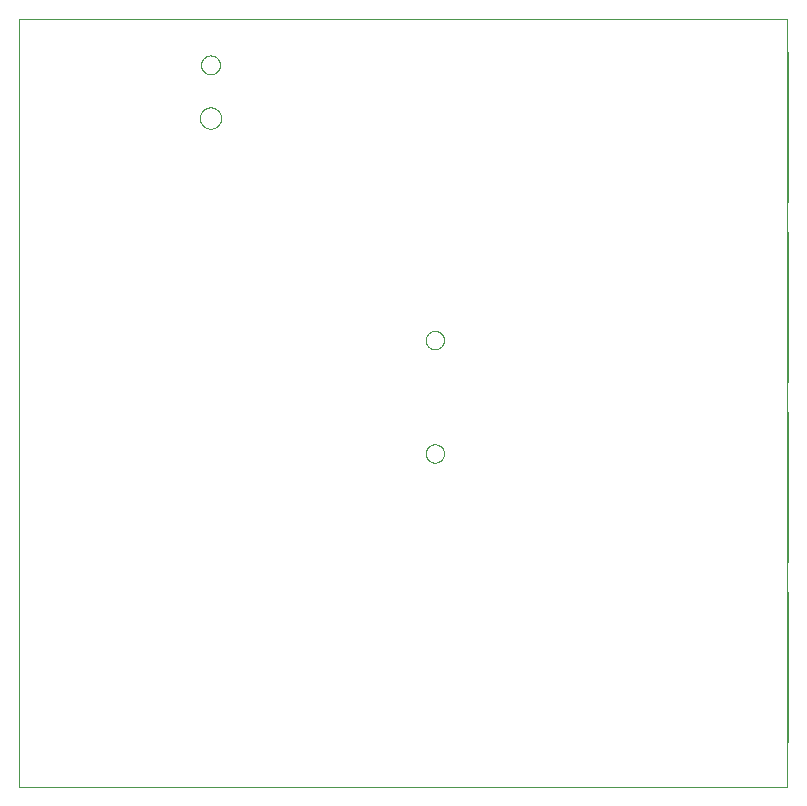
<source format=gbp>
G75*
%MOIN*%
%OFA0B0*%
%FSLAX25Y25*%
%IPPOS*%
%LPD*%
%AMOC8*
5,1,8,0,0,1.08239X$1,22.5*
%
%ADD10C,0.00000*%
D10*
X0027667Y0001650D02*
X0027667Y0257555D01*
X0283573Y0257555D01*
X0283573Y0001650D01*
X0027667Y0001650D01*
X0163160Y0112752D02*
X0163162Y0112862D01*
X0163168Y0112972D01*
X0163178Y0113082D01*
X0163192Y0113191D01*
X0163210Y0113300D01*
X0163231Y0113408D01*
X0163257Y0113515D01*
X0163286Y0113621D01*
X0163320Y0113726D01*
X0163357Y0113830D01*
X0163398Y0113932D01*
X0163442Y0114033D01*
X0163490Y0114132D01*
X0163542Y0114230D01*
X0163597Y0114325D01*
X0163655Y0114418D01*
X0163717Y0114509D01*
X0163782Y0114598D01*
X0163850Y0114685D01*
X0163922Y0114769D01*
X0163996Y0114850D01*
X0164073Y0114929D01*
X0164153Y0115005D01*
X0164236Y0115077D01*
X0164321Y0115147D01*
X0164409Y0115214D01*
X0164499Y0115277D01*
X0164591Y0115337D01*
X0164685Y0115394D01*
X0164782Y0115448D01*
X0164880Y0115497D01*
X0164980Y0115544D01*
X0165082Y0115586D01*
X0165185Y0115625D01*
X0165289Y0115660D01*
X0165395Y0115692D01*
X0165501Y0115719D01*
X0165609Y0115743D01*
X0165717Y0115763D01*
X0165826Y0115779D01*
X0165936Y0115791D01*
X0166046Y0115799D01*
X0166156Y0115803D01*
X0166266Y0115803D01*
X0166376Y0115799D01*
X0166486Y0115791D01*
X0166596Y0115779D01*
X0166705Y0115763D01*
X0166813Y0115743D01*
X0166921Y0115719D01*
X0167027Y0115692D01*
X0167133Y0115660D01*
X0167237Y0115625D01*
X0167340Y0115586D01*
X0167442Y0115544D01*
X0167542Y0115497D01*
X0167640Y0115448D01*
X0167736Y0115394D01*
X0167831Y0115337D01*
X0167923Y0115277D01*
X0168013Y0115214D01*
X0168101Y0115147D01*
X0168186Y0115077D01*
X0168269Y0115005D01*
X0168349Y0114929D01*
X0168426Y0114850D01*
X0168500Y0114769D01*
X0168572Y0114685D01*
X0168640Y0114598D01*
X0168705Y0114509D01*
X0168767Y0114418D01*
X0168825Y0114325D01*
X0168880Y0114230D01*
X0168932Y0114132D01*
X0168980Y0114033D01*
X0169024Y0113932D01*
X0169065Y0113830D01*
X0169102Y0113726D01*
X0169136Y0113621D01*
X0169165Y0113515D01*
X0169191Y0113408D01*
X0169212Y0113300D01*
X0169230Y0113191D01*
X0169244Y0113082D01*
X0169254Y0112972D01*
X0169260Y0112862D01*
X0169262Y0112752D01*
X0169260Y0112642D01*
X0169254Y0112532D01*
X0169244Y0112422D01*
X0169230Y0112313D01*
X0169212Y0112204D01*
X0169191Y0112096D01*
X0169165Y0111989D01*
X0169136Y0111883D01*
X0169102Y0111778D01*
X0169065Y0111674D01*
X0169024Y0111572D01*
X0168980Y0111471D01*
X0168932Y0111372D01*
X0168880Y0111274D01*
X0168825Y0111179D01*
X0168767Y0111086D01*
X0168705Y0110995D01*
X0168640Y0110906D01*
X0168572Y0110819D01*
X0168500Y0110735D01*
X0168426Y0110654D01*
X0168349Y0110575D01*
X0168269Y0110499D01*
X0168186Y0110427D01*
X0168101Y0110357D01*
X0168013Y0110290D01*
X0167923Y0110227D01*
X0167831Y0110167D01*
X0167737Y0110110D01*
X0167640Y0110056D01*
X0167542Y0110007D01*
X0167442Y0109960D01*
X0167340Y0109918D01*
X0167237Y0109879D01*
X0167133Y0109844D01*
X0167027Y0109812D01*
X0166921Y0109785D01*
X0166813Y0109761D01*
X0166705Y0109741D01*
X0166596Y0109725D01*
X0166486Y0109713D01*
X0166376Y0109705D01*
X0166266Y0109701D01*
X0166156Y0109701D01*
X0166046Y0109705D01*
X0165936Y0109713D01*
X0165826Y0109725D01*
X0165717Y0109741D01*
X0165609Y0109761D01*
X0165501Y0109785D01*
X0165395Y0109812D01*
X0165289Y0109844D01*
X0165185Y0109879D01*
X0165082Y0109918D01*
X0164980Y0109960D01*
X0164880Y0110007D01*
X0164782Y0110056D01*
X0164685Y0110110D01*
X0164591Y0110167D01*
X0164499Y0110227D01*
X0164409Y0110290D01*
X0164321Y0110357D01*
X0164236Y0110427D01*
X0164153Y0110499D01*
X0164073Y0110575D01*
X0163996Y0110654D01*
X0163922Y0110735D01*
X0163850Y0110819D01*
X0163782Y0110906D01*
X0163717Y0110995D01*
X0163655Y0111086D01*
X0163597Y0111179D01*
X0163542Y0111274D01*
X0163490Y0111372D01*
X0163442Y0111471D01*
X0163398Y0111572D01*
X0163357Y0111674D01*
X0163320Y0111778D01*
X0163286Y0111883D01*
X0163257Y0111989D01*
X0163231Y0112096D01*
X0163210Y0112204D01*
X0163192Y0112313D01*
X0163178Y0112422D01*
X0163168Y0112532D01*
X0163162Y0112642D01*
X0163160Y0112752D01*
X0163160Y0150547D02*
X0163162Y0150657D01*
X0163168Y0150767D01*
X0163178Y0150877D01*
X0163192Y0150986D01*
X0163210Y0151095D01*
X0163231Y0151203D01*
X0163257Y0151310D01*
X0163286Y0151416D01*
X0163320Y0151521D01*
X0163357Y0151625D01*
X0163398Y0151727D01*
X0163442Y0151828D01*
X0163490Y0151927D01*
X0163542Y0152025D01*
X0163597Y0152120D01*
X0163655Y0152213D01*
X0163717Y0152304D01*
X0163782Y0152393D01*
X0163850Y0152480D01*
X0163922Y0152564D01*
X0163996Y0152645D01*
X0164073Y0152724D01*
X0164153Y0152800D01*
X0164236Y0152872D01*
X0164321Y0152942D01*
X0164409Y0153009D01*
X0164499Y0153072D01*
X0164591Y0153132D01*
X0164685Y0153189D01*
X0164782Y0153243D01*
X0164880Y0153292D01*
X0164980Y0153339D01*
X0165082Y0153381D01*
X0165185Y0153420D01*
X0165289Y0153455D01*
X0165395Y0153487D01*
X0165501Y0153514D01*
X0165609Y0153538D01*
X0165717Y0153558D01*
X0165826Y0153574D01*
X0165936Y0153586D01*
X0166046Y0153594D01*
X0166156Y0153598D01*
X0166266Y0153598D01*
X0166376Y0153594D01*
X0166486Y0153586D01*
X0166596Y0153574D01*
X0166705Y0153558D01*
X0166813Y0153538D01*
X0166921Y0153514D01*
X0167027Y0153487D01*
X0167133Y0153455D01*
X0167237Y0153420D01*
X0167340Y0153381D01*
X0167442Y0153339D01*
X0167542Y0153292D01*
X0167640Y0153243D01*
X0167736Y0153189D01*
X0167831Y0153132D01*
X0167923Y0153072D01*
X0168013Y0153009D01*
X0168101Y0152942D01*
X0168186Y0152872D01*
X0168269Y0152800D01*
X0168349Y0152724D01*
X0168426Y0152645D01*
X0168500Y0152564D01*
X0168572Y0152480D01*
X0168640Y0152393D01*
X0168705Y0152304D01*
X0168767Y0152213D01*
X0168825Y0152120D01*
X0168880Y0152025D01*
X0168932Y0151927D01*
X0168980Y0151828D01*
X0169024Y0151727D01*
X0169065Y0151625D01*
X0169102Y0151521D01*
X0169136Y0151416D01*
X0169165Y0151310D01*
X0169191Y0151203D01*
X0169212Y0151095D01*
X0169230Y0150986D01*
X0169244Y0150877D01*
X0169254Y0150767D01*
X0169260Y0150657D01*
X0169262Y0150547D01*
X0169260Y0150437D01*
X0169254Y0150327D01*
X0169244Y0150217D01*
X0169230Y0150108D01*
X0169212Y0149999D01*
X0169191Y0149891D01*
X0169165Y0149784D01*
X0169136Y0149678D01*
X0169102Y0149573D01*
X0169065Y0149469D01*
X0169024Y0149367D01*
X0168980Y0149266D01*
X0168932Y0149167D01*
X0168880Y0149069D01*
X0168825Y0148974D01*
X0168767Y0148881D01*
X0168705Y0148790D01*
X0168640Y0148701D01*
X0168572Y0148614D01*
X0168500Y0148530D01*
X0168426Y0148449D01*
X0168349Y0148370D01*
X0168269Y0148294D01*
X0168186Y0148222D01*
X0168101Y0148152D01*
X0168013Y0148085D01*
X0167923Y0148022D01*
X0167831Y0147962D01*
X0167737Y0147905D01*
X0167640Y0147851D01*
X0167542Y0147802D01*
X0167442Y0147755D01*
X0167340Y0147713D01*
X0167237Y0147674D01*
X0167133Y0147639D01*
X0167027Y0147607D01*
X0166921Y0147580D01*
X0166813Y0147556D01*
X0166705Y0147536D01*
X0166596Y0147520D01*
X0166486Y0147508D01*
X0166376Y0147500D01*
X0166266Y0147496D01*
X0166156Y0147496D01*
X0166046Y0147500D01*
X0165936Y0147508D01*
X0165826Y0147520D01*
X0165717Y0147536D01*
X0165609Y0147556D01*
X0165501Y0147580D01*
X0165395Y0147607D01*
X0165289Y0147639D01*
X0165185Y0147674D01*
X0165082Y0147713D01*
X0164980Y0147755D01*
X0164880Y0147802D01*
X0164782Y0147851D01*
X0164685Y0147905D01*
X0164591Y0147962D01*
X0164499Y0148022D01*
X0164409Y0148085D01*
X0164321Y0148152D01*
X0164236Y0148222D01*
X0164153Y0148294D01*
X0164073Y0148370D01*
X0163996Y0148449D01*
X0163922Y0148530D01*
X0163850Y0148614D01*
X0163782Y0148701D01*
X0163717Y0148790D01*
X0163655Y0148881D01*
X0163597Y0148974D01*
X0163542Y0149069D01*
X0163490Y0149167D01*
X0163442Y0149266D01*
X0163398Y0149367D01*
X0163357Y0149469D01*
X0163320Y0149573D01*
X0163286Y0149678D01*
X0163257Y0149784D01*
X0163231Y0149891D01*
X0163210Y0149999D01*
X0163192Y0150108D01*
X0163178Y0150217D01*
X0163168Y0150327D01*
X0163162Y0150437D01*
X0163160Y0150547D01*
X0087874Y0224563D02*
X0087876Y0224681D01*
X0087882Y0224800D01*
X0087892Y0224918D01*
X0087906Y0225035D01*
X0087923Y0225152D01*
X0087945Y0225269D01*
X0087971Y0225384D01*
X0088000Y0225499D01*
X0088033Y0225613D01*
X0088070Y0225725D01*
X0088111Y0225836D01*
X0088155Y0225946D01*
X0088203Y0226054D01*
X0088255Y0226161D01*
X0088310Y0226266D01*
X0088369Y0226369D01*
X0088431Y0226469D01*
X0088496Y0226568D01*
X0088565Y0226665D01*
X0088636Y0226759D01*
X0088711Y0226850D01*
X0088789Y0226940D01*
X0088870Y0227026D01*
X0088954Y0227110D01*
X0089040Y0227191D01*
X0089130Y0227269D01*
X0089221Y0227344D01*
X0089315Y0227415D01*
X0089412Y0227484D01*
X0089511Y0227549D01*
X0089611Y0227611D01*
X0089714Y0227670D01*
X0089819Y0227725D01*
X0089926Y0227777D01*
X0090034Y0227825D01*
X0090144Y0227869D01*
X0090255Y0227910D01*
X0090367Y0227947D01*
X0090481Y0227980D01*
X0090596Y0228009D01*
X0090711Y0228035D01*
X0090828Y0228057D01*
X0090945Y0228074D01*
X0091062Y0228088D01*
X0091180Y0228098D01*
X0091299Y0228104D01*
X0091417Y0228106D01*
X0091535Y0228104D01*
X0091654Y0228098D01*
X0091772Y0228088D01*
X0091889Y0228074D01*
X0092006Y0228057D01*
X0092123Y0228035D01*
X0092238Y0228009D01*
X0092353Y0227980D01*
X0092467Y0227947D01*
X0092579Y0227910D01*
X0092690Y0227869D01*
X0092800Y0227825D01*
X0092908Y0227777D01*
X0093015Y0227725D01*
X0093120Y0227670D01*
X0093223Y0227611D01*
X0093323Y0227549D01*
X0093422Y0227484D01*
X0093519Y0227415D01*
X0093613Y0227344D01*
X0093704Y0227269D01*
X0093794Y0227191D01*
X0093880Y0227110D01*
X0093964Y0227026D01*
X0094045Y0226940D01*
X0094123Y0226850D01*
X0094198Y0226759D01*
X0094269Y0226665D01*
X0094338Y0226568D01*
X0094403Y0226469D01*
X0094465Y0226369D01*
X0094524Y0226266D01*
X0094579Y0226161D01*
X0094631Y0226054D01*
X0094679Y0225946D01*
X0094723Y0225836D01*
X0094764Y0225725D01*
X0094801Y0225613D01*
X0094834Y0225499D01*
X0094863Y0225384D01*
X0094889Y0225269D01*
X0094911Y0225152D01*
X0094928Y0225035D01*
X0094942Y0224918D01*
X0094952Y0224800D01*
X0094958Y0224681D01*
X0094960Y0224563D01*
X0094958Y0224445D01*
X0094952Y0224326D01*
X0094942Y0224208D01*
X0094928Y0224091D01*
X0094911Y0223974D01*
X0094889Y0223857D01*
X0094863Y0223742D01*
X0094834Y0223627D01*
X0094801Y0223513D01*
X0094764Y0223401D01*
X0094723Y0223290D01*
X0094679Y0223180D01*
X0094631Y0223072D01*
X0094579Y0222965D01*
X0094524Y0222860D01*
X0094465Y0222757D01*
X0094403Y0222657D01*
X0094338Y0222558D01*
X0094269Y0222461D01*
X0094198Y0222367D01*
X0094123Y0222276D01*
X0094045Y0222186D01*
X0093964Y0222100D01*
X0093880Y0222016D01*
X0093794Y0221935D01*
X0093704Y0221857D01*
X0093613Y0221782D01*
X0093519Y0221711D01*
X0093422Y0221642D01*
X0093323Y0221577D01*
X0093223Y0221515D01*
X0093120Y0221456D01*
X0093015Y0221401D01*
X0092908Y0221349D01*
X0092800Y0221301D01*
X0092690Y0221257D01*
X0092579Y0221216D01*
X0092467Y0221179D01*
X0092353Y0221146D01*
X0092238Y0221117D01*
X0092123Y0221091D01*
X0092006Y0221069D01*
X0091889Y0221052D01*
X0091772Y0221038D01*
X0091654Y0221028D01*
X0091535Y0221022D01*
X0091417Y0221020D01*
X0091299Y0221022D01*
X0091180Y0221028D01*
X0091062Y0221038D01*
X0090945Y0221052D01*
X0090828Y0221069D01*
X0090711Y0221091D01*
X0090596Y0221117D01*
X0090481Y0221146D01*
X0090367Y0221179D01*
X0090255Y0221216D01*
X0090144Y0221257D01*
X0090034Y0221301D01*
X0089926Y0221349D01*
X0089819Y0221401D01*
X0089714Y0221456D01*
X0089611Y0221515D01*
X0089511Y0221577D01*
X0089412Y0221642D01*
X0089315Y0221711D01*
X0089221Y0221782D01*
X0089130Y0221857D01*
X0089040Y0221935D01*
X0088954Y0222016D01*
X0088870Y0222100D01*
X0088789Y0222186D01*
X0088711Y0222276D01*
X0088636Y0222367D01*
X0088565Y0222461D01*
X0088496Y0222558D01*
X0088431Y0222657D01*
X0088369Y0222757D01*
X0088310Y0222860D01*
X0088255Y0222965D01*
X0088203Y0223072D01*
X0088155Y0223180D01*
X0088111Y0223290D01*
X0088070Y0223401D01*
X0088033Y0223513D01*
X0088000Y0223627D01*
X0087971Y0223742D01*
X0087945Y0223857D01*
X0087923Y0223974D01*
X0087906Y0224091D01*
X0087892Y0224208D01*
X0087882Y0224326D01*
X0087876Y0224445D01*
X0087874Y0224563D01*
X0088267Y0242280D02*
X0088269Y0242392D01*
X0088275Y0242503D01*
X0088285Y0242615D01*
X0088299Y0242726D01*
X0088316Y0242836D01*
X0088338Y0242946D01*
X0088364Y0243055D01*
X0088393Y0243163D01*
X0088426Y0243269D01*
X0088463Y0243375D01*
X0088504Y0243479D01*
X0088549Y0243582D01*
X0088597Y0243683D01*
X0088648Y0243782D01*
X0088703Y0243879D01*
X0088762Y0243974D01*
X0088823Y0244068D01*
X0088888Y0244159D01*
X0088957Y0244247D01*
X0089028Y0244333D01*
X0089102Y0244417D01*
X0089180Y0244497D01*
X0089260Y0244575D01*
X0089343Y0244651D01*
X0089428Y0244723D01*
X0089516Y0244792D01*
X0089606Y0244858D01*
X0089699Y0244920D01*
X0089794Y0244980D01*
X0089891Y0245036D01*
X0089989Y0245088D01*
X0090090Y0245137D01*
X0090192Y0245182D01*
X0090296Y0245224D01*
X0090401Y0245262D01*
X0090508Y0245296D01*
X0090615Y0245326D01*
X0090724Y0245353D01*
X0090833Y0245375D01*
X0090944Y0245394D01*
X0091054Y0245409D01*
X0091166Y0245420D01*
X0091277Y0245427D01*
X0091389Y0245430D01*
X0091501Y0245429D01*
X0091613Y0245424D01*
X0091724Y0245415D01*
X0091835Y0245402D01*
X0091946Y0245385D01*
X0092056Y0245365D01*
X0092165Y0245340D01*
X0092273Y0245312D01*
X0092380Y0245279D01*
X0092486Y0245243D01*
X0092590Y0245203D01*
X0092693Y0245160D01*
X0092795Y0245113D01*
X0092894Y0245062D01*
X0092992Y0245008D01*
X0093088Y0244950D01*
X0093182Y0244889D01*
X0093273Y0244825D01*
X0093362Y0244758D01*
X0093449Y0244687D01*
X0093533Y0244613D01*
X0093615Y0244537D01*
X0093693Y0244457D01*
X0093769Y0244375D01*
X0093842Y0244290D01*
X0093912Y0244203D01*
X0093978Y0244113D01*
X0094042Y0244021D01*
X0094102Y0243927D01*
X0094159Y0243831D01*
X0094212Y0243732D01*
X0094262Y0243632D01*
X0094308Y0243531D01*
X0094351Y0243427D01*
X0094390Y0243322D01*
X0094425Y0243216D01*
X0094456Y0243109D01*
X0094484Y0243000D01*
X0094507Y0242891D01*
X0094527Y0242781D01*
X0094543Y0242670D01*
X0094555Y0242559D01*
X0094563Y0242448D01*
X0094567Y0242336D01*
X0094567Y0242224D01*
X0094563Y0242112D01*
X0094555Y0242001D01*
X0094543Y0241890D01*
X0094527Y0241779D01*
X0094507Y0241669D01*
X0094484Y0241560D01*
X0094456Y0241451D01*
X0094425Y0241344D01*
X0094390Y0241238D01*
X0094351Y0241133D01*
X0094308Y0241029D01*
X0094262Y0240928D01*
X0094212Y0240828D01*
X0094159Y0240729D01*
X0094102Y0240633D01*
X0094042Y0240539D01*
X0093978Y0240447D01*
X0093912Y0240357D01*
X0093842Y0240270D01*
X0093769Y0240185D01*
X0093693Y0240103D01*
X0093615Y0240023D01*
X0093533Y0239947D01*
X0093449Y0239873D01*
X0093362Y0239802D01*
X0093273Y0239735D01*
X0093182Y0239671D01*
X0093088Y0239610D01*
X0092992Y0239552D01*
X0092894Y0239498D01*
X0092795Y0239447D01*
X0092693Y0239400D01*
X0092590Y0239357D01*
X0092486Y0239317D01*
X0092380Y0239281D01*
X0092273Y0239248D01*
X0092165Y0239220D01*
X0092056Y0239195D01*
X0091946Y0239175D01*
X0091835Y0239158D01*
X0091724Y0239145D01*
X0091613Y0239136D01*
X0091501Y0239131D01*
X0091389Y0239130D01*
X0091277Y0239133D01*
X0091166Y0239140D01*
X0091054Y0239151D01*
X0090944Y0239166D01*
X0090833Y0239185D01*
X0090724Y0239207D01*
X0090615Y0239234D01*
X0090508Y0239264D01*
X0090401Y0239298D01*
X0090296Y0239336D01*
X0090192Y0239378D01*
X0090090Y0239423D01*
X0089989Y0239472D01*
X0089891Y0239524D01*
X0089794Y0239580D01*
X0089699Y0239640D01*
X0089606Y0239702D01*
X0089516Y0239768D01*
X0089428Y0239837D01*
X0089343Y0239909D01*
X0089260Y0239985D01*
X0089180Y0240063D01*
X0089102Y0240143D01*
X0089028Y0240227D01*
X0088957Y0240313D01*
X0088888Y0240401D01*
X0088823Y0240492D01*
X0088762Y0240586D01*
X0088703Y0240681D01*
X0088648Y0240778D01*
X0088597Y0240877D01*
X0088549Y0240978D01*
X0088504Y0241081D01*
X0088463Y0241185D01*
X0088426Y0241291D01*
X0088393Y0241397D01*
X0088364Y0241505D01*
X0088338Y0241614D01*
X0088316Y0241724D01*
X0088299Y0241834D01*
X0088285Y0241945D01*
X0088275Y0242057D01*
X0088269Y0242168D01*
X0088267Y0242280D01*
X0283917Y0246650D02*
X0283917Y0196650D01*
X0283917Y0186650D02*
X0283917Y0136650D01*
X0283917Y0126650D02*
X0283917Y0076650D01*
X0283917Y0066650D02*
X0283917Y0016650D01*
M02*

</source>
